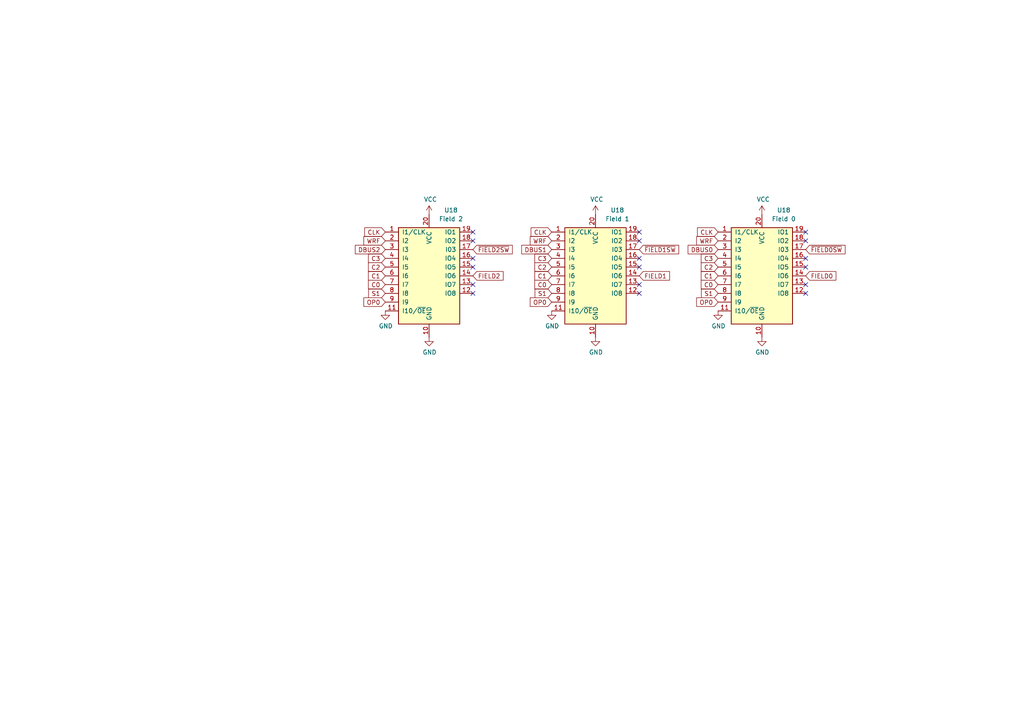
<source format=kicad_sch>
(kicad_sch (version 20230121) (generator eeschema)
  (paper "A4")
  (lib_symbols
    (symbol "Logic_Programmable:GAL16V8" (pin_names (offset 1.016))
      (property "Reference" "U" (at -8.89 16.51 0))
      (property "Value" "GAL16V8" (at 1.27 16.51 0))
      (symbol "GAL16V8_0_0"
        (pin power_in line (at 0 -17.78 90) (length 3.81) (name "GND") (number "10"))
        (pin power_in line (at 0 17.78 270) (length 3.81) (name "VCC") (number "20"))
      )
      (symbol "GAL16V8_0_1"
        (rectangle (start -8.89 13.97) (end 8.89 -13.97) (stroke (width 0.254)) (fill (type background)))
      )
      (symbol "GAL16V8_1_1"
        (pin input line (at -12.7 12.7 0) (length 3.81) (name "I1/CLK") (number "1"))
        (pin input line (at -12.7 -10.16 0) (length 3.81) (name "I10/~{OE}") (number "11"))
        (pin tri_state line (at 12.7 -5.08 180) (length 3.81) (name "IO8") (number "12"))
        (pin tri_state line (at 12.7 -2.54 180) (length 3.81) (name "IO7") (number "13"))
        (pin tri_state line (at 12.7 0 180) (length 3.81) (name "IO6") (number "14"))
        (pin tri_state line (at 12.7 2.54 180) (length 3.81) (name "IO5") (number "15"))
        (pin tri_state line (at 12.7 5.08 180) (length 3.81) (name "IO4") (number "16"))
        (pin tri_state line (at 12.7 7.62 180) (length 3.81) (name "I03") (number "17"))
        (pin tri_state line (at 12.7 10.16 180) (length 3.81) (name "IO2") (number "18"))
        (pin tri_state line (at 12.7 12.7 180) (length 3.81) (name "IO1") (number "19"))
        (pin input line (at -12.7 10.16 0) (length 3.81) (name "I2") (number "2"))
        (pin input line (at -12.7 7.62 0) (length 3.81) (name "I3") (number "3"))
        (pin input line (at -12.7 5.08 0) (length 3.81) (name "I4") (number "4"))
        (pin input line (at -12.7 2.54 0) (length 3.81) (name "I5") (number "5"))
        (pin input line (at -12.7 0 0) (length 3.81) (name "I6") (number "6"))
        (pin input line (at -12.7 -2.54 0) (length 3.81) (name "I7") (number "7"))
        (pin input line (at -12.7 -5.08 0) (length 3.81) (name "I8") (number "8"))
        (pin input line (at -12.7 -7.62 0) (length 3.81) (name "I9") (number "9"))
      )
    )
    (symbol "power:GND" (power) (pin_names (offset 0))
      (property "Value" "GND" (at 0 -3.81 0))
      (symbol "GND_0_1"
        (polyline (pts (xy 0 0) (xy 0 -1.27) (xy 1.27 -1.27) (xy 0 -2.54) (xy -1.27 -1.27) (xy 0 -1.27)))
      )
      (symbol "GND_1_1"
        (pin power_in line (at 0 0 270) (length 0) hide (name "GND") (number "1"))
      )
    )
    (symbol "power:VCC" (power) (pin_names (offset 0))
      (property "Value" "VCC" (at 0 3.81 0))
      (symbol "VCC_0_1"
        (polyline (pts (xy -0.762 1.27) (xy 0 2.54)))
        (polyline (pts (xy 0 0) (xy 0 2.54)))
        (polyline (pts (xy 0 2.54) (xy 0.762 1.27)))
      )
      (symbol "VCC_1_1"
        (pin power_in line (at 0 0 90) (length 0) hide (name "VCC") (number "1"))
      )
    )
  )
  (no_connect (at 137.16 77.47))
  (no_connect (at 185.42 74.93))
  (no_connect (at 233.68 77.47))
  (no_connect (at 233.68 67.31))
  (no_connect (at 137.16 85.09))
  (no_connect (at 185.42 69.85))
  (no_connect (at 233.68 74.93))
  (no_connect (at 185.42 67.31))
  (no_connect (at 233.68 82.55))
  (no_connect (at 137.16 82.55))
  (no_connect (at 233.68 69.85))
  (no_connect (at 137.16 67.31))
  (no_connect (at 137.16 69.85))
  (no_connect (at 185.42 77.47))
  (no_connect (at 137.16 74.93))
  (no_connect (at 185.42 82.55))
  (no_connect (at 233.68 85.09))
  (no_connect (at 185.42 85.09))
  (global_label "OP0" (shape input) (at 208.28 87.63 180) (property "Intersheetrefs" "${INTERSHEET_REFS}" (effects hide)))
  (global_label "C0" (shape input) (at 160.02 82.55 180) (property "Intersheetrefs" "${INTERSHEET_REFS}" (effects hide)))
  (global_label "C3" (shape input) (at 208.28 74.93 180) (property "Intersheetrefs" "${INTERSHEET_REFS}" (effects hide)))
  (global_label "WRF" (shape input) (at 111.76 69.85 180) (property "Intersheetrefs" "${INTERSHEET_REFS}" (effects hide)))
  (global_label "~{FIELD2SW}" (shape input) (at 137.16 72.39 0) (property "Intersheetrefs" "${INTERSHEET_REFS}" (effects hide)))
  (global_label "~{FIELD1SW}" (shape input) (at 185.42 72.39 0) (property "Intersheetrefs" "${INTERSHEET_REFS}" (effects hide)))
  (global_label "OP0" (shape input) (at 160.02 87.63 180) (property "Intersheetrefs" "${INTERSHEET_REFS}" (effects hide)))
  (global_label "OP0" (shape input) (at 111.76 87.63 180) (property "Intersheetrefs" "${INTERSHEET_REFS}" (effects hide)))
  (global_label "C1" (shape input) (at 208.28 80.01 180) (property "Intersheetrefs" "${INTERSHEET_REFS}" (effects hide)))
  (global_label "C3" (shape input) (at 111.76 74.93 180) (property "Intersheetrefs" "${INTERSHEET_REFS}" (effects hide)))
  (global_label "~{FIELD0SW}" (shape input) (at 233.68 72.39 0) (property "Intersheetrefs" "${INTERSHEET_REFS}" (effects hide)))
  (global_label "S1" (shape input) (at 111.76 85.09 180) (property "Intersheetrefs" "${INTERSHEET_REFS}" (effects hide)))
  (global_label "WRF" (shape input) (at 160.02 69.85 180) (property "Intersheetrefs" "${INTERSHEET_REFS}" (effects hide)))
  (global_label "CLK" (shape input) (at 160.02 67.31 180) (property "Intersheetrefs" "${INTERSHEET_REFS}" (effects hide)))
  (global_label "C0" (shape input) (at 111.76 82.55 180) (property "Intersheetrefs" "${INTERSHEET_REFS}" (effects hide)))
  (global_label "DBUS1" (shape input) (at 160.02 72.39 180) (property "Intersheetrefs" "${INTERSHEET_REFS}" (effects hide)))
  (global_label "WRF" (shape input) (at 208.28 69.85 180) (property "Intersheetrefs" "${INTERSHEET_REFS}" (effects hide)))
  (global_label "C2" (shape input) (at 208.28 77.47 180) (property "Intersheetrefs" "${INTERSHEET_REFS}" (effects hide)))
  (global_label "C1" (shape input) (at 111.76 80.01 180) (property "Intersheetrefs" "${INTERSHEET_REFS}" (effects hide)))
  (global_label "C1" (shape input) (at 160.02 80.01 180) (property "Intersheetrefs" "${INTERSHEET_REFS}" (effects hide)))
  (global_label "CLK" (shape input) (at 208.28 67.31 180) (property "Intersheetrefs" "${INTERSHEET_REFS}" (effects hide)))
  (global_label "DBUS2" (shape input) (at 111.76 72.39 180) (property "Intersheetrefs" "${INTERSHEET_REFS}" (effects hide)))
  (global_label "FIELD0" (shape input) (at 233.68 80.01 0) (property "Intersheetrefs" "${INTERSHEET_REFS}" (effects hide)))
  (global_label "C0" (shape input) (at 208.28 82.55 180) (property "Intersheetrefs" "${INTERSHEET_REFS}" (effects hide)))
  (global_label "S1" (shape input) (at 160.02 85.09 180) (property "Intersheetrefs" "${INTERSHEET_REFS}" (effects hide)))
  (global_label "C2" (shape input) (at 160.02 77.47 180) (property "Intersheetrefs" "${INTERSHEET_REFS}" (effects hide)))
  (global_label "S1" (shape input) (at 208.28 85.09 180) (property "Intersheetrefs" "${INTERSHEET_REFS}" (effects hide)))
  (global_label "FIELD1" (shape input) (at 185.42 80.01 0) (property "Intersheetrefs" "${INTERSHEET_REFS}" (effects hide)))
  (global_label "CLK" (shape input) (at 111.76 67.31 180) (property "Intersheetrefs" "${INTERSHEET_REFS}" (effects hide)))
  (global_label "DBUS0" (shape input) (at 208.28 72.39 180) (property "Intersheetrefs" "${INTERSHEET_REFS}" (effects hide)))
  (global_label "FIELD2" (shape input) (at 137.16 80.01 0) (property "Intersheetrefs" "${INTERSHEET_REFS}" (effects hide)))
  (global_label "C2" (shape input) (at 111.76 77.47 180) (property "Intersheetrefs" "${INTERSHEET_REFS}" (effects hide)))
  (global_label "C3" (shape input) (at 160.02 74.93 180) (property "Intersheetrefs" "${INTERSHEET_REFS}" (effects hide)))
  (symbol (lib_id "power:GND") (at 160.02 90.17 0) (unit 1)
    (property "Reference" "#PWR05" (effects hide))
    (property "Value" "GND" (at 160.147 94.5642 0))
    (instances (project "q2a" (path "" (reference "#PWR05") (unit 1)) (path "" (reference "#PWR0213") (unit 1))))
  )
  (symbol (lib_id "Logic_Programmable:GAL16V8") (at 172.72 80.01 0) (unit 1)
    (property "Reference" "U18" (at 179.07 60.96 0))
    (property "Value" "Field 1" (at 179.07 63.5 0))
    (property "Footprint" "Package_DIP:DIP-20_W7.62mm_Socket" (effects hide))
    (instances (project "q2a" (path "" (reference "U18") (unit 1)) (path "" (reference "U25") (unit 1))))
  )
  (symbol (lib_id "power:GND") (at 111.76 90.17 0) (unit 1)
    (property "Reference" "#PWR05" (effects hide))
    (property "Value" "GND" (at 111.887 94.5642 0))
    (instances (project "q2a" (path "" (reference "#PWR05") (unit 1)) (path "" (reference "#PWR0210") (unit 1))))
  )
  (symbol (lib_id "power:VCC") (at 124.46 62.23 0) (unit 1)
    (property "Reference" "#PWR0134" (effects hide))
    (property "Value" "VCC" (at 124.841 57.8358 0))
    (instances (project "q2a" (path "" (reference "#PWR0134") (unit 1)) (path "" (reference "#PWR0211") (unit 1))))
  )
  (symbol (lib_id "power:VCC") (at 220.98 62.23 0) (unit 1)
    (property "Reference" "#PWR0134" (effects hide))
    (property "Value" "VCC" (at 221.361 57.8358 0))
    (instances (project "q2a" (path "" (reference "#PWR0134") (unit 1)) (path "" (reference "#PWR0217") (unit 1))))
  )
  (symbol (lib_id "power:GND") (at 124.46 97.79 0) (unit 1)
    (property "Reference" "#PWR0136" (effects hide))
    (property "Value" "GND" (at 124.587 102.1842 0))
    (instances (project "q2a" (path "" (reference "#PWR0136") (unit 1)) (path "" (reference "#PWR0212") (unit 1))))
  )
  (symbol (lib_id "Logic_Programmable:GAL16V8") (at 124.46 80.01 0) (unit 1)
    (property "Reference" "U18" (at 130.81 60.96 0))
    (property "Value" "Field 2" (at 130.81 63.5 0))
    (property "Footprint" "Package_DIP:DIP-20_W7.62mm_Socket" (effects hide))
    (instances (project "q2a" (path "" (reference "U18") (unit 1)) (path "" (reference "U24") (unit 1))))
  )
  (symbol (lib_id "Logic_Programmable:GAL16V8") (at 220.98 80.01 0) (unit 1)
    (property "Reference" "U18" (at 227.33 60.96 0))
    (property "Value" "Field 0" (at 227.33 63.5 0))
    (property "Footprint" "Package_DIP:DIP-20_W7.62mm_Socket" (effects hide))
    (instances (project "q2a" (path "" (reference "U18") (unit 1)) (path "" (reference "U26") (unit 1))))
  )
  (symbol (lib_id "power:GND") (at 208.28 90.17 0) (unit 1)
    (property "Reference" "#PWR05" (effects hide))
    (property "Value" "GND" (at 208.407 94.5642 0))
    (instances (project "q2a" (path "" (reference "#PWR05") (unit 1)) (path "" (reference "#PWR0216") (unit 1))))
  )
  (symbol (lib_id "power:GND") (at 172.72 97.79 0) (unit 1)
    (property "Reference" "#PWR0136" (effects hide))
    (property "Value" "GND" (at 172.847 102.1842 0))
    (instances (project "q2a" (path "" (reference "#PWR0136") (unit 1)) (path "" (reference "#PWR0215") (unit 1))))
  )
  (symbol (lib_id "power:VCC") (at 172.72 62.23 0) (unit 1)
    (property "Reference" "#PWR0134" (effects hide))
    (property "Value" "VCC" (at 173.101 57.8358 0))
    (instances (project "q2a" (path "" (reference "#PWR0134") (unit 1)) (path "" (reference "#PWR0214") (unit 1))))
  )
  (symbol (lib_id "power:GND") (at 220.98 97.79 0) (unit 1)
    (property "Reference" "#PWR0136" (effects hide))
    (property "Value" "GND" (at 221.107 102.1842 0))
    (instances (project "q2a" (path "" (reference "#PWR0136") (unit 1)) (path "" (reference "#PWR0218") (unit 1))))
  )
)
</source>
